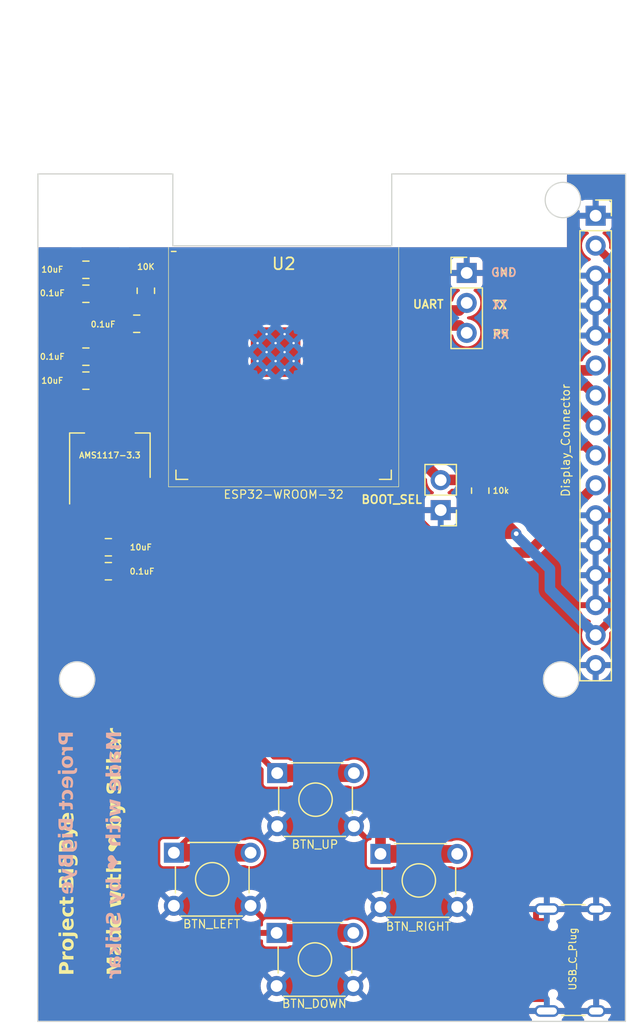
<source format=kicad_pcb>
(kicad_pcb (version 20221018) (generator pcbnew)
  (title_block (title "Farewell project") (date "2023-05-29") (rev "v0.0.2") (company "Epcoh101"))
  (layers (0 "F.Cu" signal) (31 "B.Cu" signal) (34 "B.Paste" user) (35 "F.Paste" user) (36 "B.SilkS" user "B.Silkscreen") (37 "F.SilkS" user "F.Silkscreen") (38 "B.Mask" user) (39 "F.Mask" user) (44 "Edge.Cuts" user))
  (net 0 "")
  (net 1 "GND")
  (net 2 "VDD33")
  (net 3 "EN")
  (net 4 "BOOT")
  (net 5 "RXD")
  (net 6 "TXD")
  (net 7 "+5V")
  (net 8 "DC")
  (net 9 "MOSI")
  (net 10 "SCLK")
  (net 12 "CS")
  (net 13 "RESET")
  (net 26 "BTN_LEFT")
  (net 27 "BTN_RIGHT")
  (net 28 "BTN_UP")
  (net 29 "BTN_DOWN")
  (footprint "Resistor_SMD:R_0805_2012Metric" (layer "F.Cu") (at 134.75 83.75 90)
    (fp_text reference "R2" hide)
    (fp_text value "10k" (at 0 1.75 180) (layer "F.SilkS") (effects (font (size 0.5 0.5) (thickness 0.1) bold)))
    (fp_line (start -0.227064 -0.735) (end 0.227064 -0.735) (stroke (width 0.12)) (layer "F.SilkS"))
    (fp_line (start -0.227064 0.735) (end 0.227064 0.735) (stroke (width 0.12)) (layer "F.SilkS"))
    (pad "1" smd roundrect (at -0.9125 0 90) (size 1.025 1.4) (layers "F.Cu" "F.Paste" "F.Mask") (roundrect_rratio 0.243902) (net 2 "VDD33"))
    (pad "2" smd roundrect (at 0.9125 0 90) (size 1.025 1.4) (layers "F.Cu" "F.Paste" "F.Mask") (roundrect_rratio 0.243902) (net 4 "BOOT"))
  )
  (footprint "Capacitor_SMD:C_0805_2012Metric" (layer "F.Cu") (at 101.346 74.422)
    (fp_text reference "C7" hide)
    (fp_text value "10uF" (at -2.846 0) (layer "F.SilkS") (effects (font (size 0.5 0.5) (thickness 0.1) bold)))
    (fp_line (start -0.261252 -0.735) (end 0.261252 -0.735) (stroke (width 0.12)) (layer "F.SilkS"))
    (fp_line (start -0.261252 0.735) (end 0.261252 0.735) (stroke (width 0.12)) (layer "F.SilkS"))
    (pad "1" smd roundrect (at -0.95 0) (size 1 1.45) (layers "F.Cu" "F.Paste" "F.Mask") (net 2 "VDD33"))
    (pad "2" smd roundrect (at 0.95 0) (size 1 1.45) (layers "F.Cu" "F.Paste" "F.Mask") (net 1 "GND"))
  )
  (footprint "Capacitor_SMD:C_0805_2012Metric" (layer "F.Cu") (at 103.25 90.582 180)
    (fp_text reference "C4" hide)
    (fp_text value "0.1uF" (at -2.85 -0.018) (layer "F.SilkS") (effects (font (size 0.5 0.5) (thickness 0.1) bold)))
    (fp_line (start -0.261252 -0.735) (end 0.261252 -0.735) (stroke (width 0.12)) (layer "F.SilkS"))
    (fp_line (start -0.261252 0.735) (end 0.261252 0.735) (stroke (width 0.12)) (layer "F.SilkS"))
    (pad "1" smd roundrect (at -0.95 0 180) (size 1 1.45) (layers "F.Cu" "F.Paste" "F.Mask") (net 7 "+5V"))
    (pad "2" smd roundrect (at 0.95 0 180) (size 1 1.45) (layers "F.Cu" "F.Paste" "F.Mask") (net 1 "GND"))
  )
  (footprint "Connector_USB:USB_C_Receptacle_HRO_TYPE-C-31-M-12" (layer "F.Cu") (at 143.52 123.55 90)
    (fp_text reference "P1" hide)
    (fp_text value "USB_C_Plug" (at 0.09 -0.94 90) (layer "F.SilkS") (effects (font (size 0.6 0.6) (thickness 0.1))))
    (fp_line (start -4.7 -1.9) (end -4.7 0.1) (stroke (width 0.12)) (layer "F.SilkS"))
    (fp_line (start 4.7 -1.9) (end 4.7 0.1) (stroke (width 0.12)) (layer "F.SilkS"))
    (pad "" np_thru_hole circle (at -2.89 -2.6 90) (size 0.65 0.65) (drill 0.65) (layers "*.Cu" "*.Mask"))
    (pad "" np_thru_hole circle (at 2.89 -2.6 90) (size 0.65 0.65) (drill 0.65) (layers "*.Cu" "*.Mask"))
    (pad "A1" smd rect (at -3.25 -4.045 90) (size 0.6 1.45) (layers "F.Cu" "F.Paste" "F.Mask") (net 1 "GND"))
    (pad "A4" smd rect (at -2.45 -4.045 90) (size 0.6 1.45) (layers "F.Cu" "F.Paste" "F.Mask") (net 7 "+5V"))
    (pad "A5" smd rect (at -1.25 -4.045 90) (size 0.3 1.45) (layers "F.Cu" "F.Paste" "F.Mask") (net 1 "GND"))
    (pad "A6" smd rect (at -0.25 -4.045 90) (size 0.3 1.45) (layers "F.Cu" "F.Paste" "F.Mask") (net 1 "GND"))
    (pad "A7" smd rect (at 0.25 -4.045 90) (size 0.3 1.45) (layers "F.Cu" "F.Paste" "F.Mask") (net 1 "GND"))
    (pad "A8" smd rect (at 1.25 -4.045 90) (size 0.3 1.45) (layers "F.Cu" "F.Paste" "F.Mask") (net 1 "GND"))
    (pad "A9" smd rect (at 2.45 -4.045 90) (size 0.6 1.45) (layers "F.Cu" "F.Paste" "F.Mask") (net 7 "+5V"))
    (pad "A12" smd rect (at 3.25 -4.045 90) (size 0.6 1.45) (layers "F.Cu" "F.Paste" "F.Mask") (net 1 "GND"))
    (pad "B1" smd rect (at 3.25 -4.045 90) (size 0.6 1.45) (layers "F.Cu" "F.Paste" "F.Mask") (net 1 "GND"))
    (pad "B4" smd rect (at 2.45 -4.045 90) (size 0.6 1.45) (layers "F.Cu" "F.Paste" "F.Mask") (net 7 "+5V"))
    (pad "B5" smd rect (at 1.75 -4.045 90) (size 0.3 1.45) (layers "F.Cu" "F.Paste" "F.Mask") (net 1 "GND"))
    (pad "B6" smd rect (at 0.75 -4.045 90) (size 0.3 1.45) (layers "F.Cu" "F.Paste" "F.Mask"))
    (pad "B7" smd rect (at -0.75 -4.045 90) (size 0.3 1.45) (layers "F.Cu" "F.Paste" "F.Mask"))
    (pad "B8" smd rect (at -1.75 -4.045 90) (size 0.3 1.45) (layers "F.Cu" "F.Paste" "F.Mask") (net 1 "GND"))
    (pad "B9" smd rect (at -2.45 -4.045 90) (size 0.6 1.45) (layers "F.Cu" "F.Paste" "F.Mask") (net 7 "+5V"))
    (pad "B12" smd rect (at -3.25 -4.045 90) (size 0.6 1.45) (layers "F.Cu" "F.Paste" "F.Mask") (net 1 "GND"))
    (pad "S1" thru_hole oval (at -4.32 -3.13 90) (size 1 2.1) (drill oval 0.6 1.7) (layers "*.Cu" "*.Mask") (net 1 "GND"))
    (pad "S1" thru_hole oval (at -4.32 1.05 90) (size 1 1.6) (drill oval 0.6 1.2) (layers "*.Cu" "*.Mask") (net 1 "GND"))
    (pad "S1" thru_hole oval (at 4.32 -3.13 90) (size 1 2.1) (drill oval 0.6 1.7) (layers "*.Cu" "*.Mask") (net 1 "GND"))
    (pad "S1" thru_hole oval (at 4.32 1.05 90) (size 1 1.6) (drill oval 0.6 1.2) (layers "*.Cu" "*.Mask") (net 1 "GND"))
  )
  (footprint "Capacitor_SMD:C_0805_2012Metric" (layer "F.Cu") (at 103.25 88.55 180)
    (fp_text reference "C5" hide)
    (fp_text value "10uF" (at -2.75 0) (layer "F.SilkS") (effects (font (size 0.5 0.5) (thickness 0.1) bold)))
    (fp_line (start -0.261252 -0.735) (end 0.261252 -0.735) (stroke (width 0.12)) (layer "F.SilkS"))
    (fp_line (start -0.261252 0.735) (end 0.261252 0.735) (stroke (width 0.12)) (layer "F.SilkS"))
    (pad "1" smd roundrect (at -0.95 0 180) (size 1 1.45) (layers "F.Cu" "F.Paste" "F.Mask") (net 7 "+5V"))
    (pad "2" smd roundrect (at 0.95 0 180) (size 1 1.45) (layers "F.Cu" "F.Paste" "F.Mask") (net 1 "GND"))
  )
  (footprint "Capacitor_SMD:C_0805_2012Metric" (layer "F.Cu") (at 105.65 69.6)
    (fp_text reference "C3" hide)
    (fp_text value "0.1uF" (at -2.85 0.05) (layer "F.SilkS") (effects (font (size 0.5 0.5) (thickness 0.1) bold)))
    (fp_line (start -0.261252 -0.735) (end 0.261252 -0.735) (stroke (width 0.12)) (layer "F.SilkS"))
    (fp_line (start -0.261252 0.735) (end 0.261252 0.735) (stroke (width 0.12)) (layer "F.SilkS"))
    (pad "1" smd roundrect (at -0.95 0) (size 1 1.45) (layers "F.Cu" "F.Paste" "F.Mask") (net 1 "GND"))
    (pad "2" smd roundrect (at 0.95 0) (size 1 1.45) (layers "F.Cu" "F.Paste" "F.Mask") (net 3 "EN"))
  )
  (footprint "Capacitor_SMD:C_0805_2012Metric" (layer "F.Cu") (at 101.346 67.056)
    (fp_text reference "C2" hide)
    (fp_text value "0.1uF" (at -2.846 -0.056) (layer "F.SilkS") (effects (font (size 0.5 0.5) (thickness 0.1) bold)))
    (fp_line (start -0.261252 -0.735) (end 0.261252 -0.735) (stroke (width 0.12)) (layer "F.SilkS"))
    (fp_line (start -0.261252 0.735) (end 0.261252 0.735) (stroke (width 0.12)) (layer "F.SilkS"))
    (pad "1" smd roundrect (at -0.95 0) (size 1 1.45) (layers "F.Cu" "F.Paste" "F.Mask") (net 2 "VDD33"))
    (pad "2" smd roundrect (at 0.95 0) (size 1 1.45) (layers "F.Cu" "F.Paste" "F.Mask") (net 1 "GND"))
  )
  (footprint "Connector_PinHeader_2.54mm:PinHeader_1x02_P2.54mm_Vertical" (layer "F.Cu") (at 131.4 85.4 180)
    (fp_text reference "J2" hide)
    (fp_text value "BOOT_SEL" (at 4.15 0.9 180) (layer "F.SilkS") (effects (font (size 0.7 0.7) (thickness 0.14) bold)))
    (fp_line (start -1.33 -1.33) (end 0 -1.33) (stroke (width 0.12)) (layer "F.SilkS"))
    (fp_line (start -1.33 0) (end -1.33 -1.33) (stroke (width 0.12)) (layer "F.SilkS"))
    (fp_line (start -1.33 1.27) (end -1.33 3.87) (stroke (width 0.12)) (layer "F.SilkS"))
    (fp_line (start -1.33 1.27) (end 1.33 1.27) (stroke (width 0.12)) (layer "F.SilkS"))
    (fp_line (start -1.33 3.87) (end 1.33 3.87) (stroke (width 0.12)) (layer "F.SilkS"))
    (fp_line (start 1.33 1.27) (end 1.33 3.87) (stroke (width 0.12)) (layer "F.SilkS"))
    (pad "1" thru_hole rect (at 0 0 180) (size 1.7 1.7) (drill 1) (layers "*.Cu" "*.Mask") (net 1 "GND"))
    (pad "2" thru_hole oval (at 0 2.54 180) (size 1.7 1.7) (drill 1) (layers "*.Cu" "*.Mask") (net 4 "BOOT"))
  )
  (footprint "Button_Switch_THT:SW_TH_Tactile_Omron_B3F-10xx" (layer "F.Cu") (at 117.55 107.7)
    (fp_text reference "SW3" hide)
    (fp_text value "BTN_UP" (at 3.2 6.05) (layer "F.SilkS") (effects (font (size 0.7 0.7) (thickness 0.1))))
    (fp_line (start 0.13 3.4) (end 0.13 1.2) (stroke (width 0.12)) (layer "F.SilkS"))
    (fp_line (start 0.6 5.37) (end 5.8 5.37) (stroke (width 0.12)) (layer "F.SilkS"))
    (fp_line (start 1.2 -0.87) (end 5.6 -0.87) (stroke (width 0.12)) (layer "F.SilkS"))
    (fp_line (start 6.37 1.2) (end 6.37 3.4) (stroke (width 0.12)) (layer "F.SilkS"))
    (fp_circle (center 3.25 2.25) (end 4.25 3.25) (stroke (width 0.12)) (fill none) (layer "F.SilkS"))
    (pad "1" thru_hole rect (at 0 0) (size 1.7 1.7) (drill 1) (layers "*.Cu" "*.Mask") (net 28 "BTN_UP"))
    (pad "1" thru_hole circle (at 6.5 0) (size 1.7 1.7) (drill 1) (layers "*.Cu" "*.Mask") (net 28 "BTN_UP"))
    (pad "2" thru_hole circle (at 0 4.5) (size 1.7 1.7) (drill 1) (layers "*.Cu" "*.Mask") (net 1 "GND"))
    (pad "2" thru_hole circle (at 6.5 4.5) (size 1.7 1.7) (drill 1) (layers "*.Cu" "*.Mask") (net 1 "GND"))
  )
  (footprint "RF_Module:ESP32-WROOM-32" (layer "F.Cu") (at 118.096 72.914)
    (fp_text reference "U2" (at 0.014 -8.398 180) (layer "F.SilkS"))
    (fp_text value "ESP32-WROOM-32" (at 0 11.16) (layer "F.SilkS") (effects (font (size 0.7 0.7) (thickness 0.1) bold)))
    (fp_line (start -9.75 10.51) (end -9.75 -9.8) (stroke (width 0.05)) (layer "F.SilkS"))
    (fp_line (start -9.75 10.51) (end 9.75 10.51) (stroke (width 0.05)) (layer "F.SilkS"))
    (fp_line (start -9.12 -9.445) (end -9.5 -9.445) (stroke (width 0.12)) (layer "F.SilkS"))
    (fp_line (start -9.12 9.1) (end -9.12 9.88) (stroke (width 0.12)) (layer "F.SilkS"))
    (fp_line (start -9.12 9.88) (end -8.12 9.88) (stroke (width 0.12)) (layer "F.SilkS"))
    (fp_line (start 9.12 9.1) (end 9.12 9.88) (stroke (width 0.12)) (layer "F.SilkS"))
    (fp_line (start 9.12 9.88) (end 8.12 9.88) (stroke (width 0.12)) (layer "F.SilkS"))
    (fp_line (start 9.75 -9.8) (end 9.75 10.51) (stroke (width 0.05)) (layer "F.SilkS"))
    (pad "1" smd rect (at -8.75 -8.25) (size 1.5 0.9) (layers "F.Cu" "F.Paste" "F.Mask") (net 1 "GND"))
    (pad "2" smd rect (at -8.75 -6.98) (size 1.5 0.9) (layers "F.Cu" "F.Paste" "F.Mask") (net 2 "VDD33"))
    (pad "3" smd rect (at -8.75 -5.71) (size 1.5 0.9) (layers "F.Cu" "F.Paste" "F.Mask") (net 3 "EN"))
    (pad "4" smd rect (at -8.75 -4.44) (size 1.5 0.9) (layers "F.Cu" "F.Paste" "F.Mask"))
    (pad "5" smd rect (at -8.75 -3.17) (size 1.5 0.9) (layers "F.Cu" "F.Paste" "F.Mask"))
    (pad "6" smd rect (at -8.75 -1.9) (size 1.5 0.9) (layers "F.Cu" "F.Paste" "F.Mask"))
    (pad "7" smd rect (at -8.75 -0.63) (size 1.5 0.9) (layers "F.Cu" "F.Paste" "F.Mask"))
    (pad "8" smd rect (at -8.75 0.64) (size 1.5 0.9) (layers "F.Cu" "F.Paste" "F.Mask"))
    (pad "9" smd rect (at -8.75 1.91) (size 1.5 0.9) (layers "F.Cu" "F.Paste" "F.Mask"))
    (pad "10" smd rect (at -8.75 3.18) (size 1.5 0.9) (layers "F.Cu" "F.Paste" "F.Mask"))
    (pad "11" smd rect (at -8.75 4.45) (size 1.5 0.9) (layers "F.Cu" "F.Paste" "F.Mask"))
    (pad "12" smd rect (at -8.75 5.72) (size 1.5 0.9) (layers "F.Cu" "F.Paste" "F.Mask") (net 28 "BTN_UP"))
    (pad "13" smd rect (at -8.75 6.99) (size 1.5 0.9) (layers "F.Cu" "F.Paste" "F.Mask") (net 26 "BTN_LEFT"))
    (pad "14" smd rect (at -8.75 8.26) (size 1.5 0.9) (layers "F.Cu" "F.Paste" "F.Mask") (net 29 "BTN_DOWN"))
    (pad "15" smd rect (at -5.71 9.51 90) (size 1.5 0.9) (layers "F.Cu" "F.Paste" "F.Mask") (net 1 "GND"))
    (pad "16" smd rect (at -4.44 9.51 90) (size 1.5 0.9) (layers "F.Cu" "F.Paste" "F.Mask") (net 27 "BTN_RIGHT"))
    (pad "17" smd rect (at -3.17 9.51 90) (size 1.5 0.9) (layers "F.Cu" "F.Paste" "F.Mask"))
    (pad "18" smd rect (at -1.9 9.51 90) (size 1.5 0.9) (layers "F.Cu" "F.Paste" "F.Mask"))
    (pad "19" smd rect (at -0.63 9.51 90) (size 1.5 0.9) (layers "F.Cu" "F.Paste" "F.Mask"))
    (pad "20" smd rect (at 0.64 9.51 90) (size 1.5 0.9) (layers "F.Cu" "F.Paste" "F.Mask"))
    (pad "21" smd rect (at 1.91 9.51 90) (size 1.5 0.9) (layers "F.Cu" "F.Paste" "F.Mask"))
    (pad "22" smd rect (at 3.18 9.51 90) (size 1.5 0.9) (layers "F.Cu" "F.Paste" "F.Mask"))
    (pad "23" smd rect (at 4.45 9.51 90) (size 1.5 0.9) (layers "F.Cu" "F.Paste" "F.Mask"))
    (pad "24" smd rect (at 5.72 9.51 90) (size 1.5 0.9) (layers "F.Cu" "F.Paste" "F.Mask") (net 12 "CS"))
    (pad "25" smd rect (at 8.75 8.26) (size 1.5 0.9) (layers "F.Cu" "F.Paste" "F.Mask") (net 4 "BOOT"))
    (pad "26" smd rect (at 8.75 6.99) (size 1.5 0.9) (layers "F.Cu" "F.Paste" "F.Mask") (net 10 "SCLK"))
    (pad "27" smd rect (at 8.75 5.72) (size 1.5 0.9) (layers "F.Cu" "F.Paste" "F.Mask"))
    (pad "28" smd rect (at 8.75 4.45) (size 1.5 0.9) (layers "F.Cu" "F.Paste" "F.Mask"))
    (pad "29" smd rect (at 8.75 3.18) (size 1.5 0.9) (layers "F.Cu" "F.Paste" "F.Mask") (net 9 "MOSI"))
    (pad "30" smd rect (at 8.75 1.91) (size 1.5 0.9) (layers "F.Cu" "F.Paste" "F.Mask") (net 8 "DC"))
    (pad "31" smd rect (at 8.75 0.64) (size 1.5 0.9) (layers "F.Cu" "F.Paste" "F.Mask") (net 13 "RESET"))
    (pad "32" smd rect (at 8.75 -0.63) (size 1.5 0.9) (layers "F.Cu" "F.Paste" "F.Mask"))
    (pad "33" smd rect (at 8.75 -1.9) (size 1.5 0.9) (layers "F.Cu" "F.Paste" "F.Mask"))
    (pad "34" smd rect (at 8.75 -3.17) (size 1.5 0.9) (layers "F.Cu" "F.Paste" "F.Mask") (net 5 "RXD"))
    (pad "35" smd rect (at 8.75 -4.44) (size 1.5 0.9) (layers "F.Cu" "F.Paste" "F.Mask") (net 6 "TXD"))
    (pad "36" smd rect (at 8.75 -5.71) (size 1.5 0.9) (layers "F.Cu" "F.Paste" "F.Mask"))
    (pad "37" smd rect (at 8.75 -6.98) (size 1.5 0.9) (layers "F.Cu" "F.Paste" "F.Mask"))
    (pad "38" smd rect (at 8.75 -8.25) (size 1.5 0.9) (layers "F.Cu" "F.Paste" "F.Mask") (net 1 "GND"))
    (pad "39" smd rect (at -2.205 -2.435) (size 1.05 1.05) (layers "F.Cu" "F.Paste") (net 1 "GND"))
    (pad "39" thru_hole circle (at -2.205 -1.6725) (size 0.6 0.6) (drill 0.2) (property pad_prop_heatsink) (layers "*.Cu" "F.Mask") (net 1 "GND"))
    (pad "39" smd rect (at -2.205 -0.91) (size 1.05 1.05) (layers "F.Cu" "F.Paste") (net 1 "GND"))
    (pad "39" thru_hole circle (at -2.205 -0.1475) (size 0.6 0.6) (drill 0.2) (property pad_prop_heatsink) (layers "*.Cu" "F.Mask") (net 1 "GND"))
    (pad "39" smd rect (at -2.205 0.615) (size 1.05 1.05) (layers "F.Cu" "F.Paste") (net 1 "GND"))
    (pad "39" thru_hole circle (at -1.4425 -2.435) (size 0.6 0.6) (drill 0.2) (property pad_prop_heatsink) (layers "*.Cu" "F.Mask") (net 1 "GND"))
    (pad "39" thru_hole circle (at -1.4425 -0.91) (size 0.6 0.6) (drill 0.2) (property pad_prop_heatsink) (layers "*.Cu" "F.Mask") (net 1 "GND"))
    (pad "39" thru_hole circle (at -1.4425 0.615) (size 0.6 0.6) (drill 0.2) (property pad_prop_heatsink) (layers "*.Cu" "F.Mask") (net 1 "GND"))
    (pad "39" smd rect (at -0.68 -2.435) (size 1.05 1.05) (layers "F.Cu" "F.Paste") (net 1 "GND"))
    (pad "39" thru_hole circle (at -0.68 -1.6725) (size 0.6 0.6) (drill 0.2) (property pad_prop_heatsink) (layers "*.Cu" "F.Mask") (net 1 "GND"))
    (pad "39" smd rect (at -0.68 -0.91) (size 1.05 1.05) (layers "F.Cu" "F.Paste") (net 1 "GND"))
    (pad "39" smd rect (at -0.68 -0.91) (size 4.2 4.2) (layers "F.Cu" "F.Mask") (net 1 "GND"))
    (pad "39" thru_hole circle (at -0.68 -0.1475) (size 0.6 0.6) (drill 0.2) (property pad_prop_heatsink) (layers "*.Cu" "F.Mask") (net 1 "GND"))
    (pad "39" smd rect (at -0.68 0.615) (size 1.05 1.05) (layers "F.Cu" "F.Paste") (net 1 "GND"))
    (pad "39" thru_hole circle (at 0.0825 -2.435) (size 0.6 0.6) (drill 0.2) (property pad_prop_heatsink) (layers "*.Cu" "F.Mask") (net 1 "GND"))
    (pad "39" thru_hole circle (at 0.0825 -0.91) (size 0.6 0.6) (drill 0.2) (property pad_prop_heatsink) (layers "*.Cu" "F.Mask") (net 1 "GND"))
    (pad "39" thru_hole circle (at 0.0825 0.615) (size 0.6 0.6) (drill 0.2) (property pad_prop_heatsink) (layers "*.Cu" "F.Mask") (net 1 "GND"))
    (pad "39" smd rect (at 0.845 -2.435) (size 1.05 1.05) (layers "F.Cu" "F.Paste") (net 1 "GND"))
    (pad "39" thru_hole circle (at 0.845 -1.6725) (size 0.6 0.6) (drill 0.2) (property pad_prop_heatsink) (layers "*.Cu" "F.Mask") (net 1 "GND"))
    (pad "39" smd rect (at 0.845 -0.91) (size 1.05 1.05) (layers "F.Cu" "F.Paste") (net 1 "GND"))
    (pad "39" thru_hole circle (at 0.845 -0.1475) (size 0.6 0.6) (drill 0.2) (property pad_prop_heatsink) (layers "*.Cu" "F.Mask") (net 1 "GND"))
    (pad "39" smd rect (at 0.845 0.615) (size 1.05 1.05) (layers "F.Cu" "F.Paste") (net 1 "GND"))
    (zone (net 0) (net_name "") (layers "F.Cu" "In1.Cu" "B.Cu") (connect_pads (clearance 0)) (min_thickness 0.254)
      (keepout (tracks not_allowed) (vias not_allowed) (pads not_allowed) (copperpour not_allowed) (footprints not_allowed))
      (fill (thermal_gap 0.508) (thermal_bridge_width 0.508))
      (polygon (pts (xy 94.096 63.114) (xy 142.096 63.114) (xy 142.096 42.174) (xy 94.096 42.174)))
    )
  )
  (footprint "Connector_PinHeader_2.54mm:PinHeader_1x03_P2.54mm_Vertical" (layer "F.Cu") (at 133.604 65.293)
    (fp_text reference "J1" hide)
    (fp_text value "UART" (at -3.254 2.657) (layer "F.SilkS") (effects (font (size 0.7 0.7) (thickness 0.14) bold)))
    (fp_line (start -1.33 -1.33) (end 0 -1.33) (stroke (width 0.12)) (layer "F.SilkS"))
    (fp_line (start -1.33 0) (end -1.33 -1.33) (stroke (width 0.12)) (layer "F.SilkS"))
    (fp_line (start -1.33 1.27) (end -1.33 6.41) (stroke (width 0.12)) (layer "F.SilkS"))
    (fp_line (start -1.33 1.27) (end 1.33 1.27) (stroke (width 0.12)) (layer "F.SilkS"))
    (fp_line (start -1.33 6.41) (end 1.33 6.41) (stroke (width 0.12)) (layer "F.SilkS"))
    (fp_line (start 1.33 1.27) (end 1.33 6.41) (stroke (width 0.12)) (layer "F.SilkS"))
    (pad "1" thru_hole rect (at 0 0) (size 1.7 1.7) (drill 1) (layers "*.Cu" "*.Mask") (net 1 "GND"))
    (pad "2" thru_hole oval (at 0 2.54) (size 1.7 1.7) (drill 1) (layers "*.Cu" "*.Mask") (net 6 "TXD"))
    (pad "3" thru_hole oval (at 0 5.08) (size 1.7 1.7) (drill 1) (layers "*.Cu" "*.Mask") (net 5 "RXD"))
  )
  (footprint "Connector_PinSocket_2.54mm:PinSocket_1x16_P2.54mm_Vertical" (layer "F.Cu") (at 144.526 60.44)
    (fp_text reference "J3" hide)
    (fp_text value locked "Display_Connector" (at -2.54 19.05 90) (layer "F.SilkS") (effects (font (size 0.7 0.7) (thickness 0.1))))
    (fp_line (start -1.33 1.27) (end -1.33 39.43) (stroke (width 0.12)) (layer "F.SilkS"))
    (fp_line (start -1.33 1.27) (end 1.33 1.27) (stroke (width 0.12)) (layer "F.SilkS"))
    (fp_line (start -1.33 39.43) (end 1.33 39.43) (stroke (width 0.12)) (layer "F.SilkS"))
    (fp_line (start 0 -1.33) (end 1.33 -1.33) (stroke (width 0.12)) (layer "F.SilkS"))
    (fp_line (start 1.33 -1.33) (end 1.33 0) (stroke (width 0.12)) (layer "F.SilkS"))
    (fp_line (start 1.33 1.27) (end 1.33 39.43) (stroke (width 0.12)) (layer "F.SilkS"))
    (pad "1" thru_hole rect (at 0 0) (size 1.7 1.7) (drill 1) (layers "*.Cu" "*.Mask") (net 1 "GND"))
    (pad "2" thru_hole oval (at 0 2.54) (size 1.7 1.7) (drill 1) (layers "*.Cu" "*.Mask") (net 2 "VDD33"))
    (pad "3" thru_hole oval (at 0 5.08) (size 1.7 1.7) (drill 1) (layers "*.Cu" "*.Mask") (net 1 "GND"))
    (pad "4" thru_hole oval (at 0 7.62) (size 1.7 1.7) (drill 1) (layers "*.Cu" "*.Mask") (net 1 "GND"))
    (pad "5" thru_hole oval (at 0 10.16) (size 1.7 1.7) (drill 1) (layers "*.Cu" "*.Mask") (net 1 "GND"))
    (pad "6" thru_hole oval (at 0 12.7) (size 1.7 1.7) (drill 1) (layers "*.Cu" "*.Mask") (net 13 "RESET"))
    (pad "7" thru_hole oval (at 0 15.24) (size 1.7 1.7) (drill 1) (layers "*.Cu" "*.Mask") (net 8 "DC"))
    (pad "8" thru_hole oval (at 0 17.78) (size 1.7 1.7) (drill 1) (layers "*.Cu" "*.Mask") (net 9 "MOSI"))
    (pad "9" thru_hole oval (at 0 20.32) (size 1.7 1.7) (drill 1) (layers "*.Cu" "*.Mask") (net 10 "SCLK"))
    (pad "10" thru_hole oval (at 0 22.86) (size 1.7 1.7) (drill 1) (layers "*.Cu" "*.Mask") (net 12 "CS"))
    (pad "11" thru_hole oval (at 0 25.4) (size 1.7 1.7) (drill 1) (layers "*.Cu" "*.Mask") (net 1 "GND"))
    (pad "12" thru_hole oval (at 0 27.94) (size 1.7 1.7) (drill 1) (layers "*.Cu" "*.Mask") (net 1 "GND"))
    (pad "13" thru_hole oval (at 0 30.48) (size 1.7 1.7) (drill 1) (layers "*.Cu" "*.Mask") (net 1 "GND"))
    (pad "14" thru_hole oval (at 0 33.02) (size 1.7 1.7) (drill 1) (layers "*.Cu" "*.Mask") (net 1 "GND"))
    (pad "15" thru_hole oval (at 0 35.56) (size 1.7 1.7) (drill 1) (layers "*.Cu" "*.Mask") (net 2 "VDD33"))
    (pad "16" thru_hole oval (at 0 38.1) (size 1.7 1.7) (drill 1) (layers "*.Cu" "*.Mask") (net 1 "GND"))
  )
  (footprint "Capacitor_SMD:C_0805_2012Metric" (layer "F.Cu") (at 101.346 65.024)
    (fp_text reference "C1" hide)
    (fp_text value "10uF" (at -2.846 -0.024) (layer "F.SilkS") (effects (font (size 0.5 0.5) (thickness 0.1) bold)))
    (fp_line (start -0.261252 -0.735) (end 0.261252 -0.735) (stroke (width 0.12)) (layer "F.SilkS"))
    (fp_line (start -0.261252 0.735) (end 0.261252 0.735) (stroke (width 0.12)) (layer "F.SilkS"))
    (pad "1" smd roundrect (at -0.95 0) (size 1 1.45) (layers "F.Cu" "F.Paste" "F.Mask") (net 2 "VDD33"))
    (pad "2" smd roundrect (at 0.95 0) (size 1 1.45) (layers "F.Cu" "F.Paste" "F.Mask") (net 1 "GND"))
  )
  (footprint "Button_Switch_THT:SW_TH_Tactile_Omron_B3F-10xx" (layer "F.Cu") (at 108.8 114.45)
    (fp_text reference "SW1" hide)
    (fp_text value "BTN_LEFT" (at 3.2 6.05) (layer "F.SilkS") (effects (font (size 0.7 0.7) (thickness 0.1))))
    (fp_line (start 0.13 3.4) (end 0.13 1.2) (stroke (width 0.12)) (layer "F.SilkS"))
    (fp_line (start 0.6 5.37) (end 5.8 5.37) (stroke (width 0.12)) (layer "F.SilkS"))
    (fp_line (start 1.2 -0.87) (end 5.6 -0.87) (stroke (width 0.12)) (layer "F.SilkS"))
    (fp_line (start 6.37 1.2) (end 6.37 3.4) (stroke (width 0.12)) (layer "F.SilkS"))
    (fp_circle (center 3.25 2.25) (end 4.25 3.25) (stroke (width 0.12)) (fill none) (layer "F.SilkS"))
    (pad "1" thru_hole rect (at 0 0) (size 1.7 1.7) (drill 1) (layers "*.Cu" "*.Mask") (net 26 "BTN_LEFT"))
    (pad "1" thru_hole circle (at 6.5 0) (size 1.7 1.7) (drill 1) (layers "*.Cu" "*.Mask") (net 26 "BTN_LEFT"))
    (pad "2" thru_hole circle (at 0 4.5) (size 1.7 1.7) (drill 1) (layers "*.Cu" "*.Mask") (net 1 "GND"))
    (pad "2" thru_hole circle (at 6.5 4.5) (size 1.7 1.7) (drill 1) (layers "*.Cu" "*.Mask") (net 1 "GND"))
  )
  (footprint "Button_Switch_THT:SW_TH_Tactile_Omron_B3F-10xx" (layer "F.Cu") (at 117.5 121.25)
    (fp_text reference "SW4" hide)
    (fp_text value "BTN_DOWN" (at 3.2 6) (layer "F.SilkS") (effects (font (size 0.7 0.7) (thickness 0.1))))
    (fp_line (start 0.13 3.4) (end 0.13 1.2) (stroke (width 0.12)) (layer "F.SilkS"))
    (fp_line (start 0.6 5.37) (end 5.8 5.37) (stroke (width 0.12)) (layer "F.SilkS"))
    (fp_line (start 1.2 -0.87) (end 5.6 -0.87) (stroke (width 0.12)) (layer "F.SilkS"))
    (fp_line (start 6.37 1.2) (end 6.37 3.4) (stroke (width 0.12)) (layer "F.SilkS"))
    (fp_circle (center 3.25 2.25) (end 4.25 3.25) (stroke (width 0.12)) (fill none) (layer "F.SilkS"))
    (pad "1" thru_hole rect (at 0 0) (size 1.7 1.7) (drill 1) (layers "*.Cu" "*.Mask") (net 29 "BTN_DOWN"))
    (pad "1" thru_hole circle (at 6.5 0) (size 1.7 1.7) (drill 1) (layers "*.Cu" "*.Mask") (net 29 "BTN_DOWN"))
    (pad "2" thru_hole circle (at 0 4.5) (size 1.7 1.7) (drill 1) (layers "*.Cu" "*.Mask") (net 1 "GND"))
    (pad "2" thru_hole circle (at 6.5 4.5) (size 1.7 1.7) (drill 1) (layers "*.Cu" "*.Mask") (net 1 "GND"))
  )
  (footprint "Resistor_SMD:R_0805_2012Metric" (layer "F.Cu") (at 106.426 66.802 90)
    (fp_text reference "R1" hide)
    (fp_text value "10K" (at 2.032 0 180) (layer "F.SilkS") (effects (font (size 0.5 0.5) (thickness 0.1) bold)))
    (fp_line (start -0.227064 -0.735) (end 0.227064 -0.735) (stroke (width 0.12)) (layer "F.SilkS"))
    (fp_line (start -0.227064 0.735) (end 0.227064 0.735) (stroke (width 0.12)) (layer "F.SilkS"))
    (pad "1" smd roundrect (at -0.9125 0 90) (size 1.025 1.4) (layers "F.Cu" "F.Paste" "F.Mask") (roundrect_rratio 0.243902439) (net 3 "EN"))
    (pad "2" smd roundrect (at 0.9125 0 90) (size 1.025 1.4) (layers "F.Cu" "F.Paste" "F.Mask") (roundrect_rratio 0.243902439) (net 2 "VDD33"))
  )
  (footprint "Package_TO_SOT_SMD:SOT-223-3_TabPin2" (layer "F.Cu") (at 103.378 80.772 90)
    (fp_text reference "U1" hide)
    (fp_text value "AMS1117-3.3" (at 0.022 0) (layer "F.SilkS") (effects (font (size 0.5 0.5) (thickness 0.1) bold)))
    (fp_line (start -4.1 -3.41) (end 1.91 -3.41) (stroke (width 0.12)) (layer "F.SilkS"))
    (fp_line (start -1.85 3.41) (end 1.91 3.41) (stroke (width 0.12)) (layer "F.SilkS"))
    (fp_line (start 1.91 -3.41) (end 1.91 -2.15) (stroke (width 0.12)) (layer "F.SilkS"))
    (fp_line (start 1.91 3.41) (end 1.91 2.15) (stroke (width 0.12)) (layer "F.SilkS"))
    (pad "1" smd rect (at -3.15 -2.3 90) (size 2 1.5) (layers "F.Cu" "F.Paste" "F.Mask") (net 1 "GND"))
    (pad "2" smd rect (at -3.15 0 90) (size 2 1.5) (layers "F.Cu" "F.Paste" "F.Mask") (net 2 "VDD33"))
    (pad "2" smd rect (at 3.15 0 90) (size 2 3.8) (layers "F.Cu" "F.Paste" "F.Mask") (net 2 "VDD33"))
    (pad "3" smd rect (at -3.15 2.3 90) (size 2 1.5) (layers "F.Cu" "F.Paste" "F.Mask") (net 7 "+5V"))
  )
  (footprint "Capacitor_SMD:C_0805_2012Metric" (layer "F.Cu") (at 101.346 72.39)
    (fp_text reference "C6" hide)
    (fp_text value "0.1uF" (at -2.846 0) (layer "F.SilkS") (effects (font (size 0.5 0.5) (thickness 0.1) bold)))
    (fp_line (start -0.261252 -0.735) (end 0.261252 -0.735) (stroke (width 0.12)) (layer "F.SilkS"))
    (fp_line (start -0.261252 0.735) (end 0.261252 0.735) (stroke (width 0.12)) (layer "F.SilkS"))
    (pad "1" smd roundrect (at -0.95 0) (size 1 1.45) (layers "F.Cu" "F.Paste" "F.Mask") (net 2 "VDD33"))
    (pad "2" smd roundrect (at 0.95 0) (size 1 1.45) (layers "F.Cu" "F.Paste" "F.Mask") (net 1 "GND"))
  )
  (footprint "Button_Switch_THT:SW_TH_Tactile_Omron_B3F-10xx" (layer "F.Cu") (at 126.3 114.55)
    (fp_text reference "SW2" hide)
    (fp_text value "BTN_RIGHT" (at 3.21 6.16) (layer "F.SilkS") (effects (font (size 0.7 0.7) (thickness 0.1))))
    (fp_line (start 0.13 3.4) (end 0.13 1.2) (stroke (width 0.12)) (layer "F.SilkS"))
    (fp_line (start 0.6 5.37) (end 5.8 5.37) (stroke (width 0.12)) (layer "F.SilkS"))
    (fp_line (start 1.2 -0.87) (end 5.6 -0.87) (stroke (width 0.12)) (layer "F.SilkS"))
    (fp_line (start 6.37 1.2) (end 6.37 3.4) (stroke (width 0.12)) (layer "F.SilkS"))
    (fp_circle (center 3.25 2.25) (end 4.25 3.25) (stroke (width 0.12)) (fill none) (layer "F.SilkS"))
    (pad "1" thru_hole rect (at 0 0) (size 1.7 1.7) (drill 1) (layers "*.Cu" "*.Mask") (net 27 "BTN_RIGHT"))
    (pad "1" thru_hole circle (at 6.5 0) (size 1.7 1.7) (drill 1) (layers "*.Cu" "*.Mask") (net 27 "BTN_RIGHT"))
    (pad "2" thru_hole circle (at 0 4.5) (size 1.7 1.7) (drill 1) (layers "*.Cu" "*.Mask") (net 1 "GND"))
    (pad "2" thru_hole circle (at 6.5 4.5) (size 1.7 1.7) (drill 1) (layers "*.Cu" "*.Mask") (net 1 "GND"))
  )
  (gr_line (start 127.254 62.992) (end 108.712 62.992) (stroke (width 0.1)) (layer "Edge.Cuts"))
  (gr_line (start 97.282 56.896) (end 97.266 128.75) (stroke (width 0.1)) (layer "Edge.Cuts"))
  (gr_line (start 97.266 128.75) (end 147.05 128.75) (stroke (width 0.1)) (layer "Edge.Cuts"))
  (gr_line (start 147.066 56.896) (end 127.254 56.896) (stroke (width 0.1)) (layer "Edge.Cuts"))
  (gr_line (start 108.712 56.896) (end 97.282 56.896) (stroke (width 0.1)) (layer "Edge.Cuts"))
  (gr_circle (center 141.6 99.758) (end 143.1 99.758) (stroke (width 0.1)) (fill none) (layer "Edge.Cuts"))
  (gr_line (start 147.05 128.75) (end 147.066 56.896) (stroke (width 0.1)) (layer "Edge.Cuts"))
  (gr_circle (center 141.75 59.108) (end 143.25 59.108) (stroke (width 0.1)) (fill none) (layer "Edge.Cuts"))
  (gr_line (start 127.254 56.896) (end 127.254 62.992) (stroke (width 0.1)) (layer "Edge.Cuts"))
  (gr_line (start 108.712 62.992) (end 108.712 56.896) (stroke (width 0.1)) (layer "Edge.Cuts"))
  (gr_circle (center 100.6 99.758) (end 102.1 99.758) (stroke (width 0.1)) (fill none) (layer "Edge.Cuts"))
  (gr_text "Project BigBye\n\nMade with ❤️ by Srikar" (at 104.48 104.12 90) (layer "B.SilkS") (effects (font (size 1.2 1.2) (thickness 0.3) bold) (justify left bottom mirror)))
  (gr_text "RX" (at 136.5 70.5) (layer "B.SilkS") (effects (font (size 0.7 0.7) (thickness 0.14) bold) (justify mirror)))
  (gr_text "GND" (at 136.75 65.25) (layer "B.SilkS") (effects (font (size 0.7 0.7) (thickness 0.14) bold) (justify mirror)))
  (gr_text "TX" (at 136.4 68) (layer "B.SilkS") (effects (font (size 0.7 0.7) (thickness 0.14) bold) (justify mirror)))
  (gr_text "GND" (at 136.75 65.25) (layer "F.SilkS") (effects (font (size 0.7 0.7) (thickness 0.14) bold)))
  (gr_text "RX" (at 136.5 70.5) (layer "F.SilkS") (effects (font (size 0.7 0.7) (thickness 0.14) bold)))
  (gr_text "TX" (at 136.4 68) (layer "F.SilkS") (effects (font (size 0.7 0.7) (thickness 0.14) bold)))
  (gr_text "Project BigBye\n\nMade with ❤️ by Srikar" (at 104.53 124.87 90) (layer "F.SilkS") (effects (font (size 1.2 1.2) (thickness 0.3) bold) (justify left bottom)))
  (segment (start 102.296 71.104) (end 102.296 72.39) (width 0.7) (layer "F.Cu") (net 1))
  (segment (start 117.55 112.2) (end 124.05 112.2) (width 1.5) (layer "F.Cu") (net 1))
  (segment (start 126.3 119.05) (end 132.8 119.05) (width 1.5) (layer "F.Cu") (net 1))
  (segment (start 102.3 88.55) (end 101.078 87.328) (width 0.9) (layer "F.Cu") (net 1))
  (segment (start 101.078 87.328) (end 101.078 83.922) (width 0.9) (layer "F.Cu") (net 1))
  (segment (start 103.8 69.6) (end 102.296 71.104) (width 0.7) (layer "F.Cu") (net 1))
  (segment (start 102.45 65.15) (end 102.296 65.024) (width 0.9) (layer "F.Cu") (net 1))
  (segment (start 102.362 67.122) (end 102.296 67.056) (width 0.9) (layer "F.Cu") (net 1))
  (segment (start 139.475 120.3) (end 139.475 120.145) (width 0.2) (layer "F.Cu") (net 1))
  (segment (start 139.475 126.8) (end 139.475 126.955) (width 0.2) (layer "F.Cu") (net 1))
  (segment (start 117.5 125.75) (end 124 125.75) (width 1.5) (layer "F.Cu") (net 1))
  (segment (start 104.7 69.6) (end 103.8 69.6) (width 0.7) (layer "F.Cu") (net 1))
  (segment (start 108.8 118.95) (end 115.3 118.95) (width 1.5) (layer "F.Cu") (net 1))
  (segment (start 102.3 88.55) (end 102.3 90.582) (width 0.9) (layer "F.Cu") (net 1))
  (segment (start 139.475 125.3) (end 139.475 121.8) (width 0.2) (layer "F.Cu") (net 1))
  (segment (start 126.832 64.65) (end 126.882 64.7) (width 0.9) (layer "B.Cu") (net 1))
  (segment (start 126.95 64.768) (end 126.846 64.664) (width 0.9) (layer "B.Cu") (net 1))
  (segment (start 126.882 64.7) (end 126.95 64.7) (width 0.9) (layer "B.Cu") (net 1))
  (segment (start 126.95 64.7) (end 126.95 64.768) (width 0.9) (layer "B.Cu") (net 1))
  (segment (start 103.378 83.922) (end 103.378 77.622) (width 0.9) (layer "F.Cu") (net 2))
  (segment (start 134.75 84.6625) (end 135.0625 84.6625) (width 0.9) (layer "F.Cu") (net 2))
  (segment (start 100.396 65.024) (end 100.396 64.196) (width 0.9) (layer "F.Cu") (net 2))
  (segment (start 100.396 72.39) (end 100.396 67.056) (width 0.9) (layer "F.Cu") (net 2))
  (segment (start 125.35 82.2) (end 130.55 87.4) (width 0.9) (layer "F.Cu") (net 2))
  (segment (start 135.0625 84.6625) (end 137.8 87.4) (width 0.9) (layer "F.Cu") (net 2))
  (segment (start 100.396 74.422) (end 100.396 72.39) (width 0.9) (layer "F.Cu") (net 2))
  (segment (start 100.396 64.196) (end 101.028 63.564) (width 0.9) (layer "F.Cu") (net 2))
  (segment (start 100.396 74.422) (end 100.396 76.012) (width 0.9) (layer "F.Cu") (net 2))
  (segment (start 101.028 63.564) (end 104.1005 63.564) (width 0.9) (layer "F.Cu") (net 2))
  (segment (start 109.346 65.934) (end 116.846 65.934) (width 0.9) (layer "F.Cu") (net 2))
  (segment (start 100.396 76.012) (end 102.006 77.622) (width 0.9) (layer "F.Cu") (net 2))
  (segment (start 125.35 74.438) (end 125.35 82.2) (width 0.9) (layer "F.Cu") (net 2))
  (segment (start 145.926 94.6) (end 144.526 96) (width 0.7) (layer "F.Cu") (net 2))
  (segment (start 102.006 77.622) (end 103.378 77.622) (width 0.9) (layer "F.Cu") (net 2))
  (segment (start 130.55 87.4) (end 137.8 87.4) (width 0.9) (layer "F.Cu") (net 2))
  (segment (start 116.846 65.934) (end 125.35 74.438) (width 0.9) (layer "F.Cu") (net 2))
  (segment (start 145.926 64.38) (end 145.926 94.6) (width 0.7) (layer "F.Cu") (net 2))
  (segment (start 100.396 67.056) (end 100.396 65.024) (width 0.9) (layer "F.Cu") (net 2))
  (segment (start 104.1005 63.564) (end 106.426 65.8895) (width 0.9) (layer "F.Cu") (net 2))
  (segment (start 106.426 65.8895) (end 109.3015 65.8895) (width 0.9) (layer "F.Cu") (net 2))
  (segment (start 144.526 62.98) (end 145.926 64.38) (width 0.7) (layer "F.Cu") (net 2))
  (via (at 137.8 87.4) (size 0.8) (drill 0.4) (layers "F.Cu" "B.Cu") (net 2))
  (segment (start 137.8 87.4) (end 137.8 87.55) (width 0.9) (layer "B.Cu") (net 2))
  (segment (start 137.8 87.55) (end 140.65 90.4) (width 0.9) (layer "B.Cu") (net 2))
  (segment (start 140.65 92.124) (end 144.526 96) (width 0.9) (layer "B.Cu") (net 2))
  (segment (start 140.65 90.4) (end 140.65 92.124) (width 0.9) (layer "B.Cu") (net 2))
  (segment (start 106.9365 67.204) (end 109.346 67.204) (width 0.9) (layer "F.Cu") (net 3))
  (segment (start 106.426 69.426) (end 106.6 69.6) (width 0.9) (layer "F.Cu") (net 3))
  (segment (start 106.426 67.7145) (end 106.9365 67.204) (width 0.9) (layer "F.Cu") (net 3))
  (segment (start 106.426 67.7145) (end 106.426 69.426) (width 0.9) (layer "F.Cu") (net 3))
  (segment (start 131.4225 82.8375) (end 131.4 82.86) (width 0.9) (layer "F.Cu") (net 4))
  (segment (start 126.846 81.174) (end 129.714 81.174) (width 0.9) (layer "F.Cu") (net 4))
  (segment (start 134.75 82.8375) (end 131.4225 82.8375) (width 0.9) (layer "F.Cu") (net 4))
  (segment (start 129.714 81.174) (end 131.4 82.86) (width 0.9) (layer "F.Cu") (net 4))
  (segment (start 132.975 69.744) (end 133.604 70.373) (width 0.9) (layer "F.Cu") (net 5))
  (segment (start 126.846 69.744) (end 132.975 69.744) (width 0.9) (layer "F.Cu") (net 5))
  (segment (start 132.963 68.474) (end 133.604 67.833) (width 0.9) (layer "F.Cu") (net 6))
  (segment (start 126.846 68.474) (end 132.963 68.474) (width 0.9) (layer "F.Cu") (net 6))
  (segment (start 131.79 127) (end 131.29 127.5) (width 0.5) (layer "F.Cu") (net 7))
  (segment (start 132.79 126) (end 131.79 127) (width 0.5) (layer "F.Cu") (net 7))
  (segment (start 104.2 123.05) (end 104.2 90.582) (width 0.5) (layer "F.Cu") (net 7))
  (segment (start 137.69 121.1) (end 131.79 127) (width 0.5) (layer "F.Cu") (net 7))
  (segment (start 108.65 127.5) (end 104.2 123.05) (width 0.5) (layer "F.Cu") (net 7))
  (segment (start 139.475 121.1) (end 137.69 121.1) (width 0.5) (layer "F.Cu") (net 7))
  (segment (start 105.678 83.922) (end 105.678 87.072) (width 0.9) (layer "F.Cu") (net 7))
  (segment (start 104.2 88.55) (end 104.2 90.582) (width 0.9) (layer "F.Cu") (net 7))
  (segment (start 139.475 126) (end 132.79 126) (width 0.5) (layer "F.Cu") (net 7))
  (segment (start 131.29 127.5) (end 108.65 127.5) (width 0.5) (layer "F.Cu") (net 7))
  (segment (start 105.678 87.072) (end 104.2 88.55) (width 0.9) (layer "F.Cu") (net 7))
  (segment (start 126.846 74.824) (end 143.67 74.824) (width 0.9) (layer "F.Cu") (net 8))
  (segment (start 143.67 74.824) (end 144.526 75.68) (width 0.9) (layer "F.Cu") (net 8))
  (segment (start 142.4 76.094) (end 144.526 78.22) (width 0.9) (layer "F.Cu") (net 9))
  (segment (start 126.846 76.094) (end 142.4 76.094) (width 0.9) (layer "F.Cu") (net 9))
  (segment (start 126.846 79.904) (end 143.67 79.904) (width 0.9) (layer "F.Cu") (net 10))
  (segment (start 143.67 79.904) (end 144.526 80.76) (width 0.9) (layer "F.Cu") (net 10))
  (segment (start 128 89) (end 138.826 89) (width 0.9) (layer "F.Cu") (net 12))
  (segment (start 123.816 82.424) (end 123.816 84.816) (width 0.9) (layer "F.Cu") (net 12))
  (segment (start 138.826 89) (end 144.526 83.3) (width 0.9) (layer "F.Cu") (net 12))
  (segment (start 123.816 84.816) (end 128 89) (width 0.9) (layer "F.Cu") (net 12))
  (segment (start 126.846 73.554) (end 144.112 73.554) (width 0.9) (layer "F.Cu") (net 13))
  (segment (start 144.112 73.554) (end 144.526 73.14) (width 0.9) (layer "F.Cu") (net 13))
  (segment (start 108.8 114.45) (end 115.3 114.45) (width 1.5) (layer "F.Cu") (net 26))
  (segment (start 110.55 80.278) (end 110.55 112.7) (width 0.5) (layer "F.Cu") (net 26))
  (segment (start 110.176 79.904) (end 110.55 80.278) (width 0.5) (layer "F.Cu") (net 26))
  (segment (start 110.55 112.7) (end 108.8 114.45) (width 0.5) (layer "F.Cu") (net 26))
  (segment (start 109.346 79.904) (end 110.176 79.904) (width 0.5) (layer "F.Cu") (net 26))
  (segment (start 126.3 96.298) (end 126.3 114.55) (width 0.9) (layer "F.Cu") (net 27))
  (segment (start 113.656 82.424) (end 113.656 83.654) (width 0.9) (layer "F.Cu") (net 27))
  (segment (start 113.656 83.654) (end 126.3 96.298) (width 0.9) (layer "F.Cu") (net 27))
  (segment (start 126.3 114.55) (end 132.8 114.55) (width 1.5) (layer "F.Cu") (net 27))
  (segment (start 109.346 78.634) (end 110.176 78.634) (width 0.5) (layer "F.Cu") (net 28))
  (segment (start 111.486 79.944) (end 111.486 101.636) (width 0.5) (layer "F.Cu") (net 28))
  (segment (start 117.55 107.7) (end 124.05 107.7) (width 1.5) (layer "F.Cu") (net 28))
  (segment (start 110.176 78.634) (end 111.486 79.944) (width 0.5) (layer "F.Cu") (net 28))
  (segment (start 111.486 101.636) (end 117.55 107.7) (width 0.5) (layer "F.Cu") (net 28))
  (segment (start 117.5 121.25) (end 124 121.25) (width 1.5) (layer "F.Cu") (net 29))
  (segment (start 109.346 81.174) (end 107.5 83.02) (width 0.5) (layer "F.Cu") (net 29))
  (segment (start 107.5 83.02) (end 107.5 110.45) (width 0.5) (layer "F.Cu") (net 29))
  (segment (start 107.5 110.45) (end 105.55 112.4) (width 0.5) (layer "F.Cu") (net 29))
  (segment (start 107.75 121.25) (end 117.5 121.25) (width 0.5) (layer "F.Cu") (net 29))
  (segment (start 105.55 112.4) (end 105.55 119.05) (width 0.5) (layer "F.Cu") (net 29))
  (segment (start 105.55 119.05) (end 107.75 121.25) (width 0.5) (layer "F.Cu") (net 29))
  (zone (net 1) (net_name "GND") (layer "F.Cu") (priority 1) (connect_pads (clearance 0.3)) (min_thickness 0.25) (fill yes (thermal_gap 0.5) (thermal_bridge_width 0.5))
    (polygon (pts (xy 142.046 63.114) (xy 142.05 56.9) (xy 147 56.9) (xy 147 128.75) (xy 97.25 128.75) (xy 97.25 63.1)))
  )
  (zone (net 1) (net_name "GND") (layer "B.Cu") (priority 1) (connect_pads (clearance 0.5)) (min_thickness 0.25) (fill yes (thermal_gap 0.5) (thermal_bridge_width 0.5))
    (polygon (pts (xy 142.096 63.114) (xy 142.1 56.9) (xy 147.05 56.9) (xy 147.05 128.75) (xy 97.3 128.75) (xy 97.3 63.1)))
  )
)
</source>
